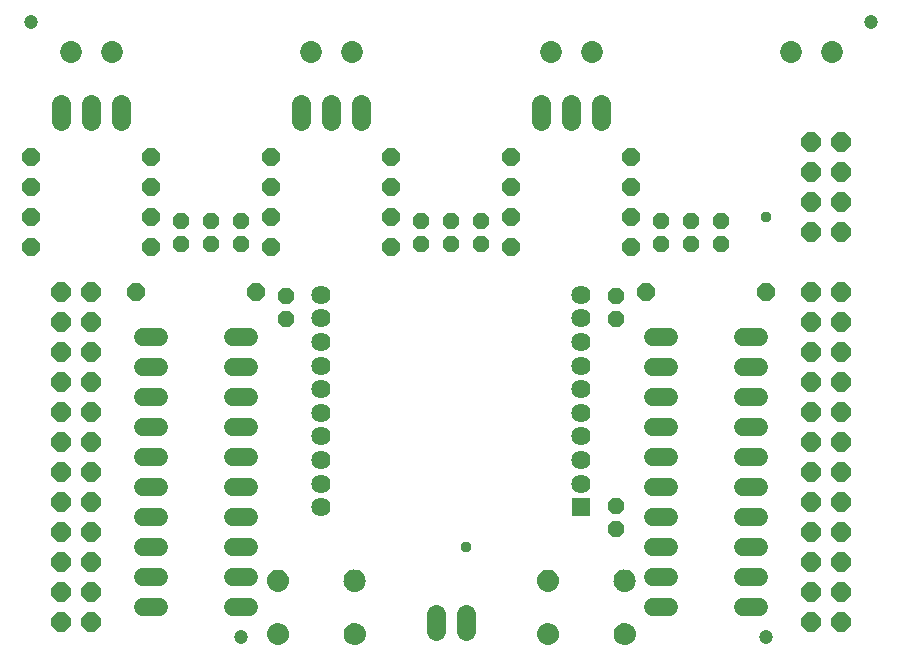
<source format=gbr>
G04 EAGLE Gerber RS-274X export*
G75*
%MOMM*%
%FSLAX34Y34*%
%LPD*%
%INSoldermask Bottom*%
%IPPOS*%
%AMOC8*
5,1,8,0,0,1.08239X$1,22.5*%
G01*
%ADD10C,1.203200*%
%ADD11P,1.649562X8X202.500000*%
%ADD12C,1.625600*%
%ADD13R,1.625600X1.625600*%
%ADD14C,1.524000*%
%ADD15P,1.649562X8X22.500000*%
%ADD16P,1.429621X8X112.500000*%
%ADD17P,1.759533X8X292.500000*%
%ADD18P,1.759533X8X112.500000*%
%ADD19C,1.625600*%
%ADD20C,1.853200*%
%ADD21C,0.959600*%

G36*
X31050Y209250D02*
X31050Y209250D01*
X31071Y209248D01*
X32762Y209400D01*
X32808Y209413D01*
X32884Y209423D01*
X34513Y209902D01*
X34541Y209916D01*
X34562Y209920D01*
X34587Y209934D01*
X34628Y209949D01*
X36132Y210736D01*
X36171Y210765D01*
X36236Y210804D01*
X37558Y211870D01*
X37590Y211906D01*
X37647Y211957D01*
X38736Y213260D01*
X38759Y213301D01*
X38806Y213362D01*
X39619Y214853D01*
X39634Y214898D01*
X39668Y214967D01*
X40175Y216587D01*
X40181Y216635D01*
X40200Y216709D01*
X40381Y218392D01*
X40406Y218590D01*
X40403Y218641D01*
X40407Y218732D01*
X40234Y220441D01*
X40221Y220487D01*
X40209Y220563D01*
X39706Y222205D01*
X39684Y222248D01*
X39658Y222320D01*
X38844Y223833D01*
X38814Y223870D01*
X38774Y223936D01*
X37681Y225260D01*
X37644Y225292D01*
X37593Y225348D01*
X36262Y226434D01*
X36219Y226457D01*
X36158Y226503D01*
X34641Y227308D01*
X34595Y227323D01*
X34526Y227355D01*
X33673Y227611D01*
X32880Y227849D01*
X32833Y227855D01*
X32758Y227873D01*
X31171Y228025D01*
X31154Y228032D01*
X31060Y228073D01*
X31050Y228073D01*
X31042Y228077D01*
X30855Y228088D01*
X29176Y227935D01*
X29129Y227922D01*
X29054Y227912D01*
X27437Y227434D01*
X27394Y227413D01*
X27322Y227388D01*
X25830Y226604D01*
X25792Y226574D01*
X25726Y226536D01*
X24415Y225476D01*
X24384Y225440D01*
X24327Y225389D01*
X23248Y224094D01*
X23224Y224052D01*
X23178Y223991D01*
X22372Y222510D01*
X22357Y222465D01*
X22324Y222396D01*
X21823Y220787D01*
X21817Y220739D01*
X21798Y220665D01*
X21623Y219012D01*
X21576Y218756D01*
X21576Y218734D01*
X21569Y218574D01*
X21754Y216857D01*
X21767Y216810D01*
X21779Y216735D01*
X22295Y215086D01*
X22317Y215043D01*
X22343Y214972D01*
X23171Y213455D01*
X23201Y213417D01*
X23241Y213352D01*
X24349Y212026D01*
X24385Y211995D01*
X24437Y211939D01*
X25782Y210855D01*
X25824Y210832D01*
X25886Y210786D01*
X27417Y209985D01*
X27463Y209971D01*
X27532Y209939D01*
X29189Y209451D01*
X29237Y209446D01*
X29312Y209428D01*
X30780Y209296D01*
X30808Y209280D01*
X30847Y209274D01*
X30884Y209259D01*
X30980Y209254D01*
X31030Y209246D01*
X31050Y209250D01*
G37*
G36*
X96125Y209225D02*
X96125Y209225D01*
X96146Y209223D01*
X97837Y209375D01*
X97883Y209388D01*
X97959Y209398D01*
X99588Y209877D01*
X99616Y209891D01*
X99637Y209895D01*
X99662Y209909D01*
X99703Y209924D01*
X101207Y210711D01*
X101246Y210740D01*
X101311Y210779D01*
X102633Y211845D01*
X102665Y211881D01*
X102722Y211932D01*
X103811Y213235D01*
X103834Y213276D01*
X103881Y213337D01*
X104694Y214828D01*
X104709Y214873D01*
X104743Y214942D01*
X105250Y216562D01*
X105256Y216610D01*
X105275Y216684D01*
X105456Y218367D01*
X105481Y218565D01*
X105478Y218616D01*
X105482Y218707D01*
X105309Y220416D01*
X105296Y220462D01*
X105284Y220538D01*
X104781Y222180D01*
X104759Y222223D01*
X104733Y222295D01*
X103919Y223808D01*
X103889Y223845D01*
X103849Y223911D01*
X102756Y225235D01*
X102719Y225267D01*
X102668Y225323D01*
X101337Y226409D01*
X101294Y226432D01*
X101233Y226478D01*
X99716Y227283D01*
X99670Y227298D01*
X99601Y227330D01*
X98748Y227586D01*
X97955Y227824D01*
X97908Y227830D01*
X97833Y227848D01*
X96246Y228000D01*
X96229Y228007D01*
X96135Y228048D01*
X96125Y228048D01*
X96117Y228052D01*
X95930Y228063D01*
X94251Y227910D01*
X94204Y227897D01*
X94129Y227887D01*
X92512Y227409D01*
X92469Y227388D01*
X92397Y227363D01*
X90905Y226579D01*
X90867Y226549D01*
X90801Y226511D01*
X89490Y225451D01*
X89459Y225415D01*
X89402Y225364D01*
X88323Y224069D01*
X88299Y224027D01*
X88253Y223966D01*
X87447Y222485D01*
X87432Y222440D01*
X87399Y222371D01*
X86898Y220762D01*
X86892Y220714D01*
X86873Y220640D01*
X86698Y218987D01*
X86651Y218731D01*
X86651Y218709D01*
X86644Y218549D01*
X86829Y216832D01*
X86842Y216785D01*
X86854Y216710D01*
X87370Y215061D01*
X87392Y215018D01*
X87418Y214947D01*
X88246Y213430D01*
X88276Y213392D01*
X88316Y213327D01*
X89424Y212001D01*
X89460Y211970D01*
X89512Y211914D01*
X90857Y210830D01*
X90899Y210807D01*
X90961Y210761D01*
X92492Y209960D01*
X92538Y209946D01*
X92607Y209914D01*
X94264Y209426D01*
X94312Y209421D01*
X94387Y209403D01*
X95855Y209271D01*
X95883Y209255D01*
X95922Y209249D01*
X95959Y209234D01*
X96055Y209229D01*
X96105Y209221D01*
X96125Y209225D01*
G37*
G36*
X31050Y254488D02*
X31050Y254488D01*
X31071Y254486D01*
X32762Y254638D01*
X32808Y254651D01*
X32884Y254661D01*
X34513Y255140D01*
X34541Y255154D01*
X34562Y255158D01*
X34587Y255172D01*
X34628Y255187D01*
X36132Y255974D01*
X36171Y256003D01*
X36236Y256042D01*
X37558Y257108D01*
X37590Y257144D01*
X37647Y257195D01*
X38736Y258498D01*
X38759Y258539D01*
X38806Y258600D01*
X39619Y260091D01*
X39634Y260136D01*
X39668Y260205D01*
X40175Y261825D01*
X40181Y261873D01*
X40200Y261947D01*
X40381Y263630D01*
X40406Y263828D01*
X40403Y263879D01*
X40407Y263970D01*
X40234Y265679D01*
X40221Y265725D01*
X40209Y265801D01*
X39706Y267443D01*
X39684Y267486D01*
X39658Y267558D01*
X38844Y269071D01*
X38814Y269108D01*
X38774Y269174D01*
X37681Y270498D01*
X37644Y270530D01*
X37593Y270586D01*
X36262Y271672D01*
X36219Y271695D01*
X36158Y271741D01*
X34641Y272546D01*
X34595Y272561D01*
X34526Y272593D01*
X33673Y272849D01*
X32880Y273087D01*
X32833Y273093D01*
X32758Y273111D01*
X31171Y273263D01*
X31154Y273270D01*
X31060Y273311D01*
X31050Y273311D01*
X31042Y273315D01*
X30855Y273326D01*
X29176Y273173D01*
X29129Y273160D01*
X29054Y273150D01*
X27437Y272672D01*
X27394Y272651D01*
X27322Y272626D01*
X25830Y271842D01*
X25792Y271812D01*
X25726Y271774D01*
X24415Y270714D01*
X24384Y270678D01*
X24327Y270627D01*
X23248Y269332D01*
X23224Y269290D01*
X23178Y269229D01*
X22372Y267748D01*
X22357Y267703D01*
X22324Y267634D01*
X21823Y266025D01*
X21817Y265977D01*
X21798Y265903D01*
X21623Y264250D01*
X21576Y263994D01*
X21576Y263972D01*
X21569Y263812D01*
X21754Y262095D01*
X21767Y262048D01*
X21779Y261973D01*
X22295Y260324D01*
X22317Y260281D01*
X22343Y260210D01*
X23171Y258693D01*
X23201Y258655D01*
X23241Y258590D01*
X24349Y257264D01*
X24385Y257233D01*
X24437Y257177D01*
X25782Y256093D01*
X25824Y256070D01*
X25886Y256024D01*
X27417Y255223D01*
X27463Y255209D01*
X27532Y255177D01*
X29189Y254689D01*
X29237Y254684D01*
X29312Y254666D01*
X30780Y254534D01*
X30808Y254518D01*
X30847Y254512D01*
X30884Y254497D01*
X30980Y254492D01*
X31030Y254484D01*
X31050Y254488D01*
G37*
G36*
X259650Y254488D02*
X259650Y254488D01*
X259671Y254486D01*
X261362Y254638D01*
X261408Y254651D01*
X261484Y254661D01*
X263113Y255140D01*
X263141Y255154D01*
X263162Y255158D01*
X263187Y255172D01*
X263228Y255187D01*
X264732Y255974D01*
X264771Y256003D01*
X264836Y256042D01*
X266158Y257108D01*
X266190Y257144D01*
X266247Y257195D01*
X267336Y258498D01*
X267359Y258539D01*
X267406Y258600D01*
X268219Y260091D01*
X268234Y260136D01*
X268268Y260205D01*
X268775Y261825D01*
X268781Y261873D01*
X268800Y261947D01*
X268981Y263630D01*
X269006Y263828D01*
X269003Y263879D01*
X269007Y263970D01*
X268834Y265679D01*
X268821Y265725D01*
X268809Y265801D01*
X268306Y267443D01*
X268284Y267486D01*
X268258Y267558D01*
X267444Y269071D01*
X267414Y269108D01*
X267374Y269174D01*
X266281Y270498D01*
X266244Y270530D01*
X266193Y270586D01*
X264862Y271672D01*
X264819Y271695D01*
X264758Y271741D01*
X263241Y272546D01*
X263195Y272561D01*
X263126Y272593D01*
X262273Y272849D01*
X261480Y273087D01*
X261433Y273093D01*
X261358Y273111D01*
X259771Y273263D01*
X259754Y273270D01*
X259660Y273311D01*
X259650Y273311D01*
X259642Y273315D01*
X259455Y273326D01*
X257776Y273173D01*
X257729Y273160D01*
X257654Y273150D01*
X256037Y272672D01*
X255994Y272651D01*
X255922Y272626D01*
X254430Y271842D01*
X254392Y271812D01*
X254326Y271774D01*
X253015Y270714D01*
X252984Y270678D01*
X252927Y270627D01*
X251848Y269332D01*
X251824Y269290D01*
X251778Y269229D01*
X250972Y267748D01*
X250957Y267703D01*
X250924Y267634D01*
X250423Y266025D01*
X250417Y265977D01*
X250398Y265903D01*
X250223Y264250D01*
X250176Y263994D01*
X250176Y263972D01*
X250169Y263812D01*
X250354Y262095D01*
X250367Y262048D01*
X250379Y261973D01*
X250895Y260324D01*
X250917Y260281D01*
X250943Y260210D01*
X251771Y258693D01*
X251801Y258655D01*
X251841Y258590D01*
X252949Y257264D01*
X252985Y257233D01*
X253037Y257177D01*
X254382Y256093D01*
X254424Y256070D01*
X254486Y256024D01*
X256017Y255223D01*
X256063Y255209D01*
X256132Y255177D01*
X257789Y254689D01*
X257837Y254684D01*
X257912Y254666D01*
X259380Y254534D01*
X259408Y254518D01*
X259447Y254512D01*
X259484Y254497D01*
X259580Y254492D01*
X259630Y254484D01*
X259650Y254488D01*
G37*
G36*
X324725Y209225D02*
X324725Y209225D01*
X324746Y209223D01*
X326437Y209375D01*
X326483Y209388D01*
X326559Y209398D01*
X328188Y209877D01*
X328216Y209891D01*
X328237Y209895D01*
X328262Y209909D01*
X328303Y209924D01*
X329807Y210711D01*
X329846Y210740D01*
X329911Y210779D01*
X331233Y211845D01*
X331265Y211881D01*
X331322Y211932D01*
X332411Y213235D01*
X332434Y213276D01*
X332481Y213337D01*
X333294Y214828D01*
X333309Y214873D01*
X333343Y214942D01*
X333850Y216562D01*
X333856Y216610D01*
X333875Y216684D01*
X334056Y218367D01*
X334081Y218565D01*
X334078Y218616D01*
X334082Y218707D01*
X333909Y220416D01*
X333896Y220462D01*
X333884Y220538D01*
X333381Y222180D01*
X333359Y222223D01*
X333333Y222295D01*
X332519Y223808D01*
X332489Y223845D01*
X332449Y223911D01*
X331356Y225235D01*
X331319Y225267D01*
X331268Y225323D01*
X329937Y226409D01*
X329894Y226432D01*
X329833Y226478D01*
X328316Y227283D01*
X328270Y227298D01*
X328201Y227330D01*
X327348Y227586D01*
X326555Y227824D01*
X326508Y227830D01*
X326433Y227848D01*
X324846Y228000D01*
X324829Y228007D01*
X324735Y228048D01*
X324725Y228048D01*
X324717Y228052D01*
X324530Y228063D01*
X322851Y227910D01*
X322804Y227897D01*
X322729Y227887D01*
X321112Y227409D01*
X321069Y227388D01*
X320997Y227363D01*
X319505Y226579D01*
X319467Y226549D01*
X319401Y226511D01*
X318090Y225451D01*
X318059Y225415D01*
X318002Y225364D01*
X316923Y224069D01*
X316899Y224027D01*
X316853Y223966D01*
X316047Y222485D01*
X316032Y222440D01*
X315999Y222371D01*
X315498Y220762D01*
X315492Y220714D01*
X315473Y220640D01*
X315298Y218987D01*
X315251Y218731D01*
X315251Y218709D01*
X315244Y218549D01*
X315429Y216832D01*
X315442Y216785D01*
X315454Y216710D01*
X315970Y215061D01*
X315992Y215018D01*
X316018Y214947D01*
X316846Y213430D01*
X316876Y213392D01*
X316916Y213327D01*
X318024Y212001D01*
X318060Y211970D01*
X318112Y211914D01*
X319457Y210830D01*
X319499Y210807D01*
X319561Y210761D01*
X321092Y209960D01*
X321138Y209946D01*
X321207Y209914D01*
X322864Y209426D01*
X322912Y209421D01*
X322987Y209403D01*
X324455Y209271D01*
X324483Y209255D01*
X324522Y209249D01*
X324559Y209234D01*
X324655Y209229D01*
X324705Y209221D01*
X324725Y209225D01*
G37*
G36*
X259650Y209250D02*
X259650Y209250D01*
X259671Y209248D01*
X261362Y209400D01*
X261408Y209413D01*
X261484Y209423D01*
X263113Y209902D01*
X263141Y209916D01*
X263162Y209920D01*
X263187Y209934D01*
X263228Y209949D01*
X264732Y210736D01*
X264771Y210765D01*
X264836Y210804D01*
X266158Y211870D01*
X266190Y211906D01*
X266247Y211957D01*
X267336Y213260D01*
X267359Y213301D01*
X267406Y213362D01*
X268219Y214853D01*
X268234Y214898D01*
X268268Y214967D01*
X268775Y216587D01*
X268781Y216635D01*
X268800Y216709D01*
X268981Y218392D01*
X269006Y218590D01*
X269003Y218641D01*
X269007Y218732D01*
X268834Y220441D01*
X268821Y220487D01*
X268809Y220563D01*
X268306Y222205D01*
X268284Y222248D01*
X268258Y222320D01*
X267444Y223833D01*
X267414Y223870D01*
X267374Y223936D01*
X266281Y225260D01*
X266244Y225292D01*
X266193Y225348D01*
X264862Y226434D01*
X264819Y226457D01*
X264758Y226503D01*
X263241Y227308D01*
X263195Y227323D01*
X263126Y227355D01*
X262273Y227611D01*
X261480Y227849D01*
X261433Y227855D01*
X261358Y227873D01*
X259771Y228025D01*
X259754Y228032D01*
X259660Y228073D01*
X259650Y228073D01*
X259642Y228077D01*
X259455Y228088D01*
X257776Y227935D01*
X257729Y227922D01*
X257654Y227912D01*
X256037Y227434D01*
X255994Y227413D01*
X255922Y227388D01*
X254430Y226604D01*
X254392Y226574D01*
X254326Y226536D01*
X253015Y225476D01*
X252984Y225440D01*
X252927Y225389D01*
X251848Y224094D01*
X251824Y224052D01*
X251778Y223991D01*
X250972Y222510D01*
X250957Y222465D01*
X250924Y222396D01*
X250423Y220787D01*
X250417Y220739D01*
X250398Y220665D01*
X250223Y219012D01*
X250176Y218756D01*
X250176Y218734D01*
X250169Y218574D01*
X250354Y216857D01*
X250367Y216810D01*
X250379Y216735D01*
X250895Y215086D01*
X250917Y215043D01*
X250943Y214972D01*
X251771Y213455D01*
X251801Y213417D01*
X251841Y213352D01*
X252949Y212026D01*
X252985Y211995D01*
X253037Y211939D01*
X254382Y210855D01*
X254424Y210832D01*
X254486Y210786D01*
X256017Y209985D01*
X256063Y209971D01*
X256132Y209939D01*
X257789Y209451D01*
X257837Y209446D01*
X257912Y209428D01*
X259380Y209296D01*
X259408Y209280D01*
X259447Y209274D01*
X259484Y209259D01*
X259580Y209254D01*
X259630Y209246D01*
X259650Y209250D01*
G37*
G36*
X324674Y254513D02*
X324674Y254513D01*
X324695Y254511D01*
X326386Y254663D01*
X326432Y254676D01*
X326508Y254686D01*
X328137Y255165D01*
X328165Y255179D01*
X328186Y255183D01*
X328210Y255197D01*
X328252Y255212D01*
X329756Y255999D01*
X329795Y256028D01*
X329860Y256067D01*
X331182Y257133D01*
X331214Y257169D01*
X331271Y257220D01*
X332360Y258523D01*
X332383Y258564D01*
X332430Y258625D01*
X333243Y260116D01*
X333258Y260161D01*
X333292Y260230D01*
X333799Y261850D01*
X333805Y261898D01*
X333824Y261972D01*
X334005Y263655D01*
X334030Y263853D01*
X334027Y263904D01*
X334031Y263995D01*
X333858Y265704D01*
X333845Y265750D01*
X333833Y265826D01*
X333330Y267468D01*
X333308Y267511D01*
X333282Y267583D01*
X332468Y269096D01*
X332438Y269133D01*
X332398Y269199D01*
X331305Y270523D01*
X331268Y270555D01*
X331217Y270611D01*
X329886Y271697D01*
X329843Y271720D01*
X329782Y271766D01*
X328265Y272571D01*
X328219Y272586D01*
X328150Y272618D01*
X327297Y272874D01*
X326504Y273112D01*
X326457Y273118D01*
X326382Y273136D01*
X324795Y273288D01*
X324778Y273295D01*
X324684Y273336D01*
X324674Y273336D01*
X324666Y273340D01*
X324479Y273351D01*
X322800Y273198D01*
X322753Y273185D01*
X322678Y273175D01*
X321061Y272697D01*
X321018Y272676D01*
X320946Y272651D01*
X319454Y271867D01*
X319416Y271837D01*
X319350Y271799D01*
X318039Y270739D01*
X318008Y270703D01*
X317951Y270652D01*
X316872Y269357D01*
X316848Y269315D01*
X316802Y269254D01*
X315996Y267773D01*
X315981Y267728D01*
X315948Y267659D01*
X315447Y266050D01*
X315441Y266002D01*
X315422Y265928D01*
X315247Y264275D01*
X315200Y264019D01*
X315200Y263997D01*
X315193Y263837D01*
X315378Y262120D01*
X315391Y262073D01*
X315403Y261998D01*
X315919Y260349D01*
X315941Y260306D01*
X315967Y260235D01*
X316795Y258718D01*
X316825Y258680D01*
X316865Y258615D01*
X317973Y257289D01*
X318009Y257258D01*
X318061Y257202D01*
X319406Y256118D01*
X319448Y256095D01*
X319510Y256049D01*
X321041Y255248D01*
X321087Y255234D01*
X321156Y255202D01*
X322813Y254714D01*
X322861Y254709D01*
X322936Y254691D01*
X324404Y254559D01*
X324432Y254543D01*
X324471Y254537D01*
X324508Y254522D01*
X324604Y254517D01*
X324654Y254509D01*
X324674Y254513D01*
G37*
G36*
X96074Y254513D02*
X96074Y254513D01*
X96095Y254511D01*
X97786Y254663D01*
X97832Y254676D01*
X97908Y254686D01*
X99537Y255165D01*
X99565Y255179D01*
X99586Y255183D01*
X99610Y255197D01*
X99652Y255212D01*
X101156Y255999D01*
X101195Y256028D01*
X101260Y256067D01*
X102582Y257133D01*
X102614Y257169D01*
X102671Y257220D01*
X103760Y258523D01*
X103783Y258564D01*
X103830Y258625D01*
X104643Y260116D01*
X104658Y260161D01*
X104692Y260230D01*
X105199Y261850D01*
X105205Y261898D01*
X105224Y261972D01*
X105405Y263655D01*
X105430Y263853D01*
X105427Y263904D01*
X105431Y263995D01*
X105258Y265704D01*
X105245Y265750D01*
X105233Y265826D01*
X104730Y267468D01*
X104708Y267511D01*
X104682Y267583D01*
X103868Y269096D01*
X103838Y269133D01*
X103798Y269199D01*
X102705Y270523D01*
X102668Y270555D01*
X102617Y270611D01*
X101286Y271697D01*
X101243Y271720D01*
X101182Y271766D01*
X99665Y272571D01*
X99619Y272586D01*
X99550Y272618D01*
X98697Y272874D01*
X97904Y273112D01*
X97857Y273118D01*
X97782Y273136D01*
X96195Y273288D01*
X96178Y273295D01*
X96084Y273336D01*
X96074Y273336D01*
X96066Y273340D01*
X95879Y273351D01*
X94200Y273198D01*
X94153Y273185D01*
X94078Y273175D01*
X92461Y272697D01*
X92418Y272676D01*
X92346Y272651D01*
X90854Y271867D01*
X90816Y271837D01*
X90750Y271799D01*
X89439Y270739D01*
X89408Y270703D01*
X89351Y270652D01*
X88272Y269357D01*
X88248Y269315D01*
X88202Y269254D01*
X87396Y267773D01*
X87381Y267728D01*
X87348Y267659D01*
X86847Y266050D01*
X86841Y266002D01*
X86822Y265928D01*
X86647Y264275D01*
X86600Y264019D01*
X86600Y263997D01*
X86593Y263837D01*
X86778Y262120D01*
X86791Y262073D01*
X86803Y261998D01*
X87319Y260349D01*
X87341Y260306D01*
X87367Y260235D01*
X88195Y258718D01*
X88225Y258680D01*
X88265Y258615D01*
X89373Y257289D01*
X89409Y257258D01*
X89461Y257202D01*
X90806Y256118D01*
X90848Y256095D01*
X90910Y256049D01*
X92441Y255248D01*
X92487Y255234D01*
X92556Y255202D01*
X94213Y254714D01*
X94261Y254709D01*
X94336Y254691D01*
X95804Y254559D01*
X95832Y254543D01*
X95871Y254537D01*
X95908Y254522D01*
X96004Y254517D01*
X96054Y254509D01*
X96074Y254513D01*
G37*
D10*
X-177800Y736600D03*
X533400Y736600D03*
X444500Y215900D03*
X0Y215900D03*
D11*
X444500Y508000D03*
X342900Y508000D03*
D12*
X287800Y506000D03*
X287800Y486000D03*
X287800Y466000D03*
X287800Y446000D03*
X287800Y426000D03*
X287800Y406000D03*
X287800Y386000D03*
X287800Y366000D03*
X287800Y346000D03*
D13*
X287800Y326000D03*
D12*
X67800Y506000D03*
X67800Y486000D03*
X67800Y466000D03*
X67800Y446000D03*
X67800Y426000D03*
X67800Y406000D03*
X67800Y386000D03*
X67800Y366000D03*
X67800Y346000D03*
X67800Y326000D03*
D14*
X348996Y469950D02*
X362204Y469950D01*
X362204Y444550D02*
X348996Y444550D01*
X348996Y317550D02*
X362204Y317550D01*
X425196Y317550D02*
X438404Y317550D01*
X362204Y419150D02*
X348996Y419150D01*
X348996Y393750D02*
X362204Y393750D01*
X362204Y342950D02*
X348996Y342950D01*
X348996Y368350D02*
X362204Y368350D01*
X425196Y342950D02*
X438404Y342950D01*
X438404Y368350D02*
X425196Y368350D01*
X425196Y393750D02*
X438404Y393750D01*
X438404Y419150D02*
X425196Y419150D01*
X425196Y444550D02*
X438404Y444550D01*
X438404Y469950D02*
X425196Y469950D01*
X362204Y241350D02*
X348996Y241350D01*
X348996Y266750D02*
X362204Y266750D01*
X362204Y292150D02*
X348996Y292150D01*
X425196Y241350D02*
X438404Y241350D01*
X438404Y266750D02*
X425196Y266750D01*
X425196Y292150D02*
X438404Y292150D01*
D15*
X-177800Y622300D03*
X-76200Y622300D03*
X-177800Y596900D03*
X-76200Y596900D03*
D16*
X-50800Y549275D03*
X-50800Y568325D03*
X-25400Y549275D03*
X-25400Y568325D03*
X0Y549275D03*
X0Y568325D03*
D15*
X25400Y622300D03*
X127000Y622300D03*
X25400Y596900D03*
X127000Y596900D03*
D16*
X152400Y549275D03*
X152400Y568325D03*
X177800Y549275D03*
X177800Y568325D03*
X203200Y549275D03*
X203200Y568325D03*
D15*
X228600Y622300D03*
X330200Y622300D03*
X228600Y596900D03*
X330200Y596900D03*
D16*
X355600Y549275D03*
X355600Y568325D03*
X381000Y549275D03*
X381000Y568325D03*
X406400Y549275D03*
X406400Y568325D03*
D14*
X-69596Y469950D02*
X-82804Y469950D01*
X-82804Y444550D02*
X-69596Y444550D01*
X-69596Y317550D02*
X-82804Y317550D01*
X-6604Y317550D02*
X6604Y317550D01*
X-69596Y419150D02*
X-82804Y419150D01*
X-82804Y393750D02*
X-69596Y393750D01*
X-69596Y342950D02*
X-82804Y342950D01*
X-82804Y368350D02*
X-69596Y368350D01*
X-6604Y342950D02*
X6604Y342950D01*
X6604Y368350D02*
X-6604Y368350D01*
X-6604Y393750D02*
X6604Y393750D01*
X6604Y419150D02*
X-6604Y419150D01*
X-6604Y444550D02*
X6604Y444550D01*
X6604Y469950D02*
X-6604Y469950D01*
X-69596Y241350D02*
X-82804Y241350D01*
X-82804Y266750D02*
X-69596Y266750D01*
X-69596Y292150D02*
X-82804Y292150D01*
X-6604Y241350D02*
X6604Y241350D01*
X6604Y266750D02*
X-6604Y266750D01*
X-6604Y292150D02*
X6604Y292150D01*
D15*
X-88900Y508000D03*
X12700Y508000D03*
D16*
X38100Y485775D03*
X38100Y504825D03*
D17*
X-152400Y508000D03*
X-127000Y508000D03*
X-152400Y482600D03*
X-127000Y482600D03*
X-152400Y457200D03*
X-127000Y457200D03*
X-152400Y431800D03*
X-127000Y431800D03*
X-152400Y406400D03*
X-127000Y406400D03*
X-152400Y381000D03*
X-127000Y381000D03*
X-152400Y355600D03*
X-127000Y355600D03*
X-152400Y330200D03*
X-127000Y330200D03*
X-152400Y304800D03*
X-127000Y304800D03*
X-152400Y279400D03*
X-127000Y279400D03*
D18*
X508000Y228600D03*
X482600Y228600D03*
X508000Y254000D03*
X482600Y254000D03*
X508000Y279400D03*
X482600Y279400D03*
X508000Y304800D03*
X482600Y304800D03*
X508000Y330200D03*
X482600Y330200D03*
X508000Y355600D03*
X482600Y355600D03*
X508000Y381000D03*
X482600Y381000D03*
X508000Y406400D03*
X482600Y406400D03*
X508000Y431800D03*
X482600Y431800D03*
X508000Y457200D03*
X482600Y457200D03*
D19*
X190500Y235712D02*
X190500Y221488D01*
X165100Y221488D02*
X165100Y235712D01*
D16*
X317500Y485775D03*
X317500Y504825D03*
D17*
X-152400Y254000D03*
X-127000Y254000D03*
X-152400Y228600D03*
X-127000Y228600D03*
D18*
X508000Y482600D03*
X482600Y482600D03*
X508000Y508000D03*
X482600Y508000D03*
D11*
X127000Y571500D03*
X25400Y571500D03*
X127000Y546100D03*
X25400Y546100D03*
X330200Y546100D03*
X228600Y546100D03*
X330200Y571500D03*
X228600Y571500D03*
X-76200Y571500D03*
X-177800Y571500D03*
X-76200Y546100D03*
X-177800Y546100D03*
D18*
X508000Y558800D03*
X482600Y558800D03*
X508000Y584200D03*
X482600Y584200D03*
X508000Y609600D03*
X482600Y609600D03*
X482600Y635000D03*
X508000Y635000D03*
D16*
X317500Y307975D03*
X317500Y327025D03*
D20*
X465100Y711200D03*
X500100Y711200D03*
X-144500Y711200D03*
X-109500Y711200D03*
X58700Y711200D03*
X93700Y711200D03*
X261900Y711200D03*
X296900Y711200D03*
D19*
X-101600Y667512D02*
X-101600Y653288D01*
X-127000Y653288D02*
X-127000Y667512D01*
X-152400Y667512D02*
X-152400Y653288D01*
X101600Y653288D02*
X101600Y667512D01*
X76200Y667512D02*
X76200Y653288D01*
X50800Y653288D02*
X50800Y667512D01*
X304800Y667512D02*
X304800Y653288D01*
X279400Y653288D02*
X279400Y667512D01*
X254000Y667512D02*
X254000Y653288D01*
D21*
X190500Y292100D03*
X444500Y571500D03*
M02*

</source>
